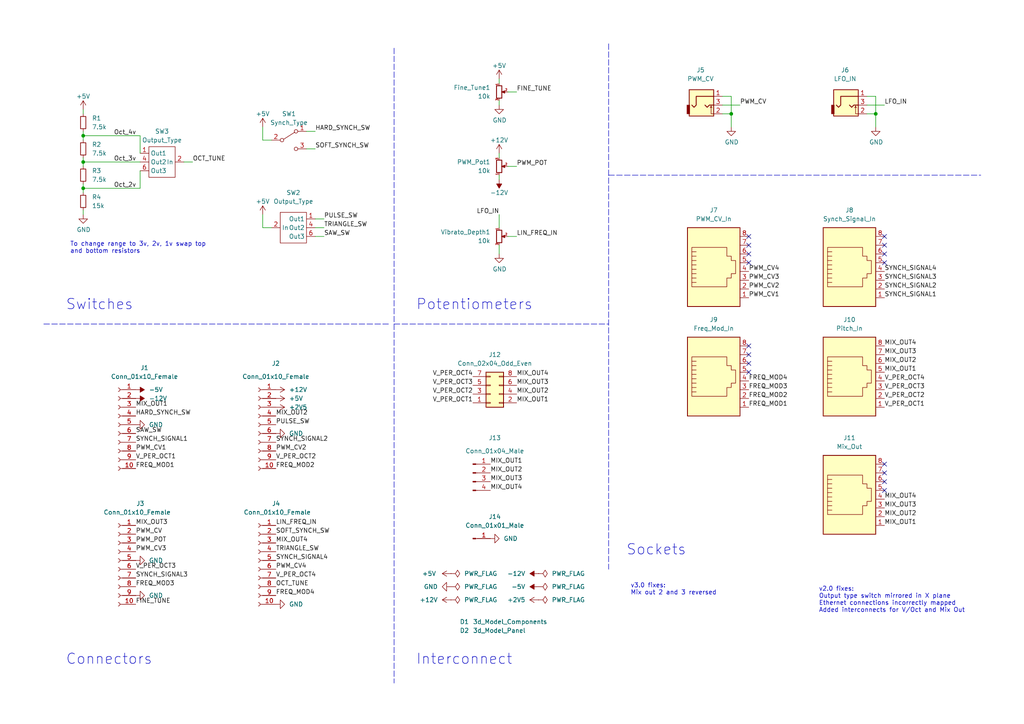
<source format=kicad_sch>
(kicad_sch (version 20211123) (generator eeschema)
  (paper "A4")
  (title_block (title "Quadraphone Controls") (date "2023-03-19") (rev "3.0") (company "Mountjoy Modular"))
  (lib_symbols
    (symbol "Connector:Conn_01x01_Male" (pin_names (offset 1.016) hide)
      (property "Reference" "J" (at 0 2.54 0))
      (property "Value" "Conn_01x01_Male" (at 0 -2.54 0))
      (symbol "Conn_01x01_Male_1_1"
        (polyline (pts (xy 1.27 0) (xy 0.8636 0)) (stroke (width 0.1524)))
        (rectangle (start 0.8636 0.127) (end 0 -0.127) (stroke (width 0.1524)) (fill (type outline)))
        (pin passive line (at 5.08 0 180) (length 3.81) (name "Pin_1") (number "1"))
      )
    )
    (symbol "Connector:Conn_01x04_Male" (pin_names (offset 1.016) hide)
      (property "Reference" "J" (at 0 5.08 0))
      (property "Value" "Conn_01x04_Male" (at 0 -7.62 0))
      (symbol "Conn_01x04_Male_1_1"
        (polyline (pts (xy 1.27 -5.08) (xy 0.8636 -5.08)) (stroke (width 0.1524)))
        (polyline (pts (xy 1.27 -2.54) (xy 0.8636 -2.54)) (stroke (width 0.1524)))
        (polyline (pts (xy 1.27 0) (xy 0.8636 0)) (stroke (width 0.1524)))
        (polyline (pts (xy 1.27 2.54) (xy 0.8636 2.54)) (stroke (width 0.1524)))
        (rectangle (start 0.8636 -4.953) (end 0 -5.207) (stroke (width 0.1524)) (fill (type outline)))
        (rectangle (start 0.8636 -2.413) (end 0 -2.667) (stroke (width 0.1524)) (fill (type outline)))
        (rectangle (start 0.8636 0.127) (end 0 -0.127) (stroke (width 0.1524)) (fill (type outline)))
        (rectangle (start 0.8636 2.667) (end 0 2.413) (stroke (width 0.1524)) (fill (type outline)))
        (pin passive line (at 5.08 2.54 180) (length 3.81) (name "Pin_1") (number "1"))
        (pin passive line (at 5.08 0 180) (length 3.81) (name "Pin_2") (number "2"))
        (pin passive line (at 5.08 -2.54 180) (length 3.81) (name "Pin_3") (number "3"))
        (pin passive line (at 5.08 -5.08 180) (length 3.81) (name "Pin_4") (number "4"))
      )
    )
    (symbol "Connector:Conn_01x10_Female" (pin_names (offset 1.016) hide)
      (property "Reference" "J" (at 0 12.7 0))
      (property "Value" "Conn_01x10_Female" (at 0 -15.24 0))
      (symbol "Conn_01x10_Female_1_1"
        (arc (start 0 -12.192) (mid -0.508 -12.7) (end 0 -13.208) (stroke (width 0.1524)))
        (arc (start 0 -9.652) (mid -0.508 -10.16) (end 0 -10.668) (stroke (width 0.1524)))
        (arc (start 0 -7.112) (mid -0.508 -7.62) (end 0 -8.128) (stroke (width 0.1524)))
        (arc (start 0 -4.572) (mid -0.508 -5.08) (end 0 -5.588) (stroke (width 0.1524)))
        (arc (start 0 -2.032) (mid -0.508 -2.54) (end 0 -3.048) (stroke (width 0.1524)))
        (polyline (pts (xy -1.27 -12.7) (xy -0.508 -12.7)) (stroke (width 0.1524)))
        (polyline (pts (xy -1.27 -10.16) (xy -0.508 -10.16)) (stroke (width 0.1524)))
        (polyline (pts (xy -1.27 -7.62) (xy -0.508 -7.62)) (stroke (width 0.1524)))
        (polyline (pts (xy -1.27 -5.08) (xy -0.508 -5.08)) (stroke (width 0.1524)))
        (polyline (pts (xy -1.27 -2.54) (xy -0.508 -2.54)) (stroke (width 0.1524)))
        (polyline (pts (xy -1.27 0) (xy -0.508 0)) (stroke (width 0.1524)))
        (polyline (pts (xy -1.27 2.54) (xy -0.508 2.54)) (stroke (width 0.1524)))
        (polyline (pts (xy -1.27 5.08) (xy -0.508 5.08)) (stroke (width 0.1524)))
        (polyline (pts (xy -1.27 7.62) (xy -0.508 7.62)) (stroke (width 0.1524)))
        (polyline (pts (xy -1.27 10.16) (xy -0.508 10.16)) (stroke (width 0.1524)))
        (arc (start 0 0.508) (mid -0.508 0) (end 0 -0.508) (stroke (width 0.1524)))
        (arc (start 0 3.048) (mid -0.508 2.54) (end 0 2.032) (stroke (width 0.1524)))
        (arc (start 0 5.588) (mid -0.508 5.08) (end 0 4.572) (stroke (width 0.1524)))
        (arc (start 0 8.128) (mid -0.508 7.62) (end 0 7.112) (stroke (width 0.1524)))
        (arc (start 0 10.668) (mid -0.508 10.16) (end 0 9.652) (stroke (width 0.1524)))
        (pin passive line (at -5.08 10.16 0) (length 3.81) (name "Pin_1") (number "1"))
        (pin passive line (at -5.08 -12.7 0) (length 3.81) (name "Pin_10") (number "10"))
        (pin passive line (at -5.08 7.62 0) (length 3.81) (name "Pin_2") (number "2"))
        (pin passive line (at -5.08 5.08 0) (length 3.81) (name "Pin_3") (number "3"))
        (pin passive line (at -5.08 2.54 0) (length 3.81) (name "Pin_4") (number "4"))
        (pin passive line (at -5.08 0 0) (length 3.81) (name "Pin_5") (number "5"))
        (pin passive line (at -5.08 -2.54 0) (length 3.81) (name "Pin_6") (number "6"))
        (pin passive line (at -5.08 -5.08 0) (length 3.81) (name "Pin_7") (number "7"))
        (pin passive line (at -5.08 -7.62 0) (length 3.81) (name "Pin_8") (number "8"))
        (pin passive line (at -5.08 -10.16 0) (length 3.81) (name "Pin_9") (number "9"))
      )
    )
    (symbol "Connector:RJ45" (pin_names (offset 1.016))
      (property "Reference" "J" (at -5.08 13.97 0))
      (property "Value" "RJ45" (at 2.54 13.97 0))
      (symbol "RJ45_0_1"
        (polyline (pts (xy -5.08 4.445) (xy -6.35 4.445)))
        (polyline (pts (xy -5.08 5.715) (xy -6.35 5.715)))
        (polyline (pts (xy -6.35 -3.175) (xy -5.08 -3.175) (xy -5.08 -3.175)))
        (polyline (pts (xy -6.35 -1.905) (xy -5.08 -1.905) (xy -5.08 -1.905)))
        (polyline (pts (xy -6.35 -0.635) (xy -5.08 -0.635) (xy -5.08 -0.635)))
        (polyline (pts (xy -6.35 0.635) (xy -5.08 0.635) (xy -5.08 0.635)))
        (polyline (pts (xy -6.35 1.905) (xy -5.08 1.905) (xy -5.08 1.905)))
        (polyline (pts (xy -5.08 3.175) (xy -6.35 3.175) (xy -6.35 3.175)))
        (polyline (pts (xy -6.35 -4.445) (xy -6.35 6.985) (xy 3.81 6.985) (xy 3.81 4.445) (xy 5.08 4.445) (xy 5.08 3.175) (xy 6.35 3.175) (xy 6.35 -0.635) (xy 5.08 -0.635) (xy 5.08 -1.905) (xy 3.81 -1.905) (xy 3.81 -4.445) (xy -6.35 -4.445) (xy -6.35 -4.445)))
        (rectangle (start 7.62 12.7) (end -7.62 -10.16) (stroke (width 0.254)) (fill (type background)))
      )
      (symbol "RJ45_1_1"
        (pin passive line (at 10.16 -7.62 180) (length 2.54) (name "~") (number "1"))
        (pin passive line (at 10.16 -5.08 180) (length 2.54) (name "~") (number "2"))
        (pin passive line (at 10.16 -2.54 180) (length 2.54) (name "~") (number "3"))
        (pin passive line (at 10.16 0 180) (length 2.54) (name "~") (number "4"))
        (pin passive line (at 10.16 2.54 180) (length 2.54) (name "~") (number "5"))
        (pin passive line (at 10.16 5.08 180) (length 2.54) (name "~") (number "6"))
        (pin passive line (at 10.16 7.62 180) (length 2.54) (name "~") (number "7"))
        (pin passive line (at 10.16 10.16 180) (length 2.54) (name "~") (number "8"))
      )
    )
    (symbol "Connector_Generic:Conn_02x04_Odd_Even" (pin_names (offset 1.016) hide)
      (property "Reference" "J" (at 1.27 5.08 0))
      (property "Value" "Conn_02x04_Odd_Even" (at 1.27 -7.62 0))
      (symbol "Conn_02x04_Odd_Even_1_1"
        (rectangle (start -1.27 -4.953) (end 0 -5.207) (stroke (width 0.1524)))
        (rectangle (start -1.27 -2.413) (end 0 -2.667) (stroke (width 0.1524)))
        (rectangle (start -1.27 0.127) (end 0 -0.127) (stroke (width 0.1524)))
        (rectangle (start -1.27 2.667) (end 0 2.413) (stroke (width 0.1524)))
        (rectangle (start -1.27 3.81) (end 3.81 -6.35) (stroke (width 0.254)) (fill (type background)))
        (rectangle (start 3.81 -4.953) (end 2.54 -5.207) (stroke (width 0.1524)))
        (rectangle (start 3.81 -2.413) (end 2.54 -2.667) (stroke (width 0.1524)))
        (rectangle (start 3.81 0.127) (end 2.54 -0.127) (stroke (width 0.1524)))
        (rectangle (start 3.81 2.667) (end 2.54 2.413) (stroke (width 0.1524)))
        (pin passive line (at -5.08 2.54 0) (length 3.81) (name "Pin_1") (number "1"))
        (pin passive line (at 7.62 2.54 180) (length 3.81) (name "Pin_2") (number "2"))
        (pin passive line (at -5.08 0 0) (length 3.81) (name "Pin_3") (number "3"))
        (pin passive line (at 7.62 0 180) (length 3.81) (name "Pin_4") (number "4"))
        (pin passive line (at -5.08 -2.54 0) (length 3.81) (name "Pin_5") (number "5"))
        (pin passive line (at 7.62 -2.54 180) (length 3.81) (name "Pin_6") (number "6"))
        (pin passive line (at -5.08 -5.08 0) (length 3.81) (name "Pin_7") (number "7"))
        (pin passive line (at 7.62 -5.08 180) (length 3.81) (name "Pin_8") (number "8"))
      )
    )
    (symbol "Custom_Audio:DPDT_Switch"
      (property "Reference" "U" (at 0 5.08 0))
      (property "Value" "DPDT_Switch" (at 0 -6.985 0))
      (symbol "DPDT_Switch_0_1"
        (rectangle (start -3.81 3.175) (end 3.81 -5.715))
      )
      (symbol "DPDT_Switch_1_1"
        (pin passive line (at 6.35 1.27 180) (length 2.54) (name "Out1") (number "1"))
        (pin passive line (at -6.35 -1.27 0) (length 2.54) (name "In") (number "2"))
        (pin passive line (at -6.35 -3.81 0) (length 2.54) hide (name "Pin3") (number "3"))
        (pin passive line (at 6.35 -1.27 180) (length 2.54) (name "Out2") (number "4"))
        (pin passive line (at -6.35 -3.81 0) (length 2.54) hide (name "Pin5") (number "5"))
        (pin passive line (at 6.35 -3.81 180) (length 2.54) (name "Out3") (number "6"))
      )
    )
    (symbol "Device:R_Potentiometer_Small" (pin_names (offset 1.016) hide)
      (property "Reference" "RV" (at -4.445 0 90))
      (property "Value" "R_Potentiometer_Small" (at -2.54 0 90))
      (symbol "R_Potentiometer_Small_0_1"
        (polyline (pts (xy 0.889 0) (xy 0.635 0) (xy 1.651 0.381) (xy 1.651 -0.381) (xy 0.635 0) (xy 0.889 0)) (fill (type outline)))
        (rectangle (start 0.762 1.8034) (end -0.762 -1.8034) (stroke (width 0.254)))
      )
      (symbol "R_Potentiometer_Small_1_1"
        (pin passive line (at 0 2.54 270) (length 0.635) (name "1") (number "1"))
        (pin passive line (at 2.54 0 180) (length 0.9906) (name "2") (number "2"))
        (pin passive line (at 0 -2.54 90) (length 0.635) (name "3") (number "3"))
      )
    )
    (symbol "Device:R_Small" (pin_numbers hide) (pin_names (offset 0.254) hide)
      (property "Reference" "R" (at 0.762 0.508 0))
      (property "Value" "R_Small" (at 0.762 -1.016 0))
      (symbol "R_Small_0_1"
        (rectangle (start -0.762 1.778) (end 0.762 -1.778) (stroke (width 0.2032)))
      )
      (symbol "R_Small_1_1"
        (pin passive line (at 0 2.54 270) (length 0.762) (name "~") (number "1"))
        (pin passive line (at 0 -2.54 90) (length 0.762) (name "~") (number "2"))
      )
    )
    (symbol "Mountjoy:3d_Model_Dummy"
      (property "Reference" "D" (at 0 0 0))
      (property "Value" "3d_Model_Dummy" (at 0 0 0))
    )
    (symbol "Switch:SW_SPDT" (pin_names (offset 0) hide)
      (property "Reference" "SW" (at 0 4.318 0))
      (property "Value" "SW_SPDT" (at 0 -5.08 0))
      (symbol "SW_SPDT_0_0"
        (circle (center -2.032 0) (radius 0.508))
        (circle (center 2.032 -2.54) (radius 0.508))
      )
      (symbol "SW_SPDT_0_1"
        (polyline (pts (xy -1.524 0.254) (xy 1.651 2.286)))
        (circle (center 2.032 2.54) (radius 0.508))
      )
      (symbol "SW_SPDT_1_1"
        (pin passive line (at 5.08 2.54 180) (length 2.54) (name "A") (number "1"))
        (pin passive line (at -5.08 0 0) (length 2.54) (name "B") (number "2"))
        (pin passive line (at 5.08 -2.54 180) (length 2.54) (name "C") (number "3"))
      )
    )
    (symbol "power:+12V" (power) (pin_names (offset 0))
      (property "Value" "+12V" (at 0 3.556 0))
      (symbol "+12V_0_1"
        (polyline (pts (xy -0.762 1.27) (xy 0 2.54)))
        (polyline (pts (xy 0 0) (xy 0 2.54)))
        (polyline (pts (xy 0 2.54) (xy 0.762 1.27)))
      )
      (symbol "+12V_1_1"
        (pin power_in line (at 0 0 90) (length 0) hide (name "+12V") (number "1"))
      )
    )
    (symbol "power:+2V5" (power) (pin_names (offset 0))
      (property "Value" "+2V5" (at 0 3.556 0))
      (symbol "+2V5_0_1"
        (polyline (pts (xy -0.762 1.27) (xy 0 2.54)))
        (polyline (pts (xy 0 0) (xy 0 2.54)))
        (polyline (pts (xy 0 2.54) (xy 0.762 1.27)))
      )
      (symbol "+2V5_1_1"
        (pin power_in line (at 0 0 90) (length 0) hide (name "+2V5") (number "1"))
      )
    )
    (symbol "power:+5V" (power) (pin_names (offset 0))
      (property "Value" "+5V" (at 0 3.556 0))
      (symbol "+5V_0_1"
        (polyline (pts (xy -0.762 1.27) (xy 0 2.54)))
        (polyline (pts (xy 0 0) (xy 0 2.54)))
        (polyline (pts (xy 0 2.54) (xy 0.762 1.27)))
      )
      (symbol "+5V_1_1"
        (pin power_in line (at 0 0 90) (length 0) hide (name "+5V") (number "1"))
      )
    )
    (symbol "power:-12V" (power) (pin_names (offset 0))
      (property "Value" "-12V" (at 0 3.81 0))
      (symbol "-12V_0_0"
        (pin power_in line (at 0 0 90) (length 0) hide (name "-12V") (number "1"))
      )
      (symbol "-12V_0_1"
        (polyline (pts (xy 0 0) (xy 0 1.27) (xy 0.762 1.27) (xy 0 2.54) (xy -0.762 1.27) (xy 0 1.27)) (fill (type outline)))
      )
    )
    (symbol "power:-5V" (power) (pin_names (offset 0))
      (property "Value" "-5V" (at 0 3.81 0))
      (symbol "-5V_0_0"
        (pin power_in line (at 0 0 90) (length 0) hide (name "-5V") (number "1"))
      )
      (symbol "-5V_0_1"
        (polyline (pts (xy 0 0) (xy 0 1.27) (xy 0.762 1.27) (xy 0 2.54) (xy -0.762 1.27) (xy 0 1.27)) (fill (type outline)))
      )
    )
    (symbol "power:GND" (power) (pin_names (offset 0))
      (property "Value" "GND" (at 0 -3.81 0))
      (symbol "GND_0_1"
        (polyline (pts (xy 0 0) (xy 0 -1.27) (xy 1.27 -1.27) (xy 0 -2.54) (xy -1.27 -1.27) (xy 0 -1.27)))
      )
      (symbol "GND_1_1"
        (pin power_in line (at 0 0 270) (length 0) hide (name "GND") (number "1"))
      )
    )
    (symbol "power:PWR_FLAG" (power) (pin_numbers hide) (pin_names (offset 0) hide)
      (property "Value" "PWR_FLAG" (at 0 3.81 0))
      (symbol "PWR_FLAG_0_0"
        (pin power_out line (at 0 0 90) (length 0) (name "pwr") (number "1"))
      )
      (symbol "PWR_FLAG_0_1"
        (polyline (pts (xy 0 0) (xy 0 1.27) (xy -1.016 1.905) (xy 0 2.54) (xy 1.016 1.905) (xy 0 1.27)))
      )
    )
    (symbol "thonkiconn:AudioJack2_Ground_Switch" (pin_names (offset 1.016))
      (property "Reference" "J" (at 0 8.89 0))
      (property "Value" "AudioJack2_Ground_Switch" (at 0 6.35 0))
      (symbol "AudioJack2_Ground_Switch_0_1"
        (rectangle (start -4.445 -2.54) (end -5.207 0) (fill (type outline)))
        (polyline (pts (xy 1.778 -0.254) (xy 2.032 -0.762)))
        (polyline (pts (xy 0 0) (xy 0.635 -0.635) (xy 1.27 0) (xy 2.54 0)) (stroke (width 0.254)))
        (polyline (pts (xy 2.54 -2.54) (xy 1.778 -2.54) (xy 1.778 -0.254) (xy 1.524 -0.762)))
        (polyline (pts (xy 2.54 2.54) (xy -2.54 2.54) (xy -2.54 0) (xy -3.175 -0.635) (xy -3.81 0)) (stroke (width 0.254)))
        (rectangle (start 2.54 -3.175) (end -4.572 4.445) (stroke (width 0.254)) (fill (type background)))
      )
      (symbol "AudioJack2_Ground_Switch_1_1"
        (pin passive line (at 5.08 2.54 180) (length 2.54) (name "~") (number "1"))
        (pin passive line (at 5.08 -2.54 180) (length 2.54) (name "~") (number "2"))
        (pin passive line (at 5.08 0 180) (length 2.54) (name "~") (number "3"))
      )
    )
  )
  (junction (at 24.13 46.99))
  (junction (at 212.09 33.02))
  (junction (at 24.13 54.61))
  (junction (at 24.13 39.37))
  (junction (at 254 33.02))
  (no_connect (at 217.17 100.33))
  (no_connect (at 217.17 68.58))
  (no_connect (at 217.17 76.2))
  (no_connect (at 256.54 73.66))
  (no_connect (at 256.54 139.7))
  (no_connect (at 256.54 134.62))
  (no_connect (at 217.17 105.41))
  (no_connect (at 256.54 71.12))
  (no_connect (at 217.17 102.87))
  (no_connect (at 256.54 137.16))
  (no_connect (at 217.17 107.95))
  (no_connect (at 256.54 76.2))
  (no_connect (at 217.17 71.12))
  (no_connect (at 256.54 142.24))
  (no_connect (at 256.54 68.58))
  (no_connect (at 217.17 73.66))
  (wire (pts (xy 76.2 36.83) (xy 76.2 40.64)))
  (wire (pts (xy 24.13 53.34) (xy 24.13 54.61)))
  (wire (pts (xy 209.55 33.02) (xy 212.09 33.02)))
  (wire (pts (xy 144.78 44.45) (xy 144.78 45.72)))
  (wire (pts (xy 76.2 66.04) (xy 78.74 66.04)))
  (wire (pts (xy 24.13 39.37) (xy 24.13 40.64)))
  (wire (pts (xy 24.13 38.1) (xy 24.13 39.37)))
  (wire (pts (xy 209.55 27.94) (xy 212.09 27.94)))
  (wire (pts (xy 212.09 33.02) (xy 212.09 36.83)))
  (wire (pts (xy 40.64 49.53) (xy 40.64 54.61)))
  (wire (pts (xy 24.13 46.99) (xy 40.64 46.99)))
  (wire (pts (xy 147.32 26.67) (xy 149.86 26.67)))
  (wire (pts (xy 91.44 66.04) (xy 93.98 66.04)))
  (polyline (pts (xy 114.3 93.98) (xy 176.53 93.98)))
  (wire (pts (xy 144.78 71.12) (xy 144.78 73.66)))
  (wire (pts (xy 24.13 46.99) (xy 24.13 48.26)))
  (wire (pts (xy 88.9 43.18) (xy 91.44 43.18)))
  (wire (pts (xy 76.2 62.23) (xy 76.2 66.04)))
  (wire (pts (xy 251.46 27.94) (xy 254 27.94)))
  (wire (pts (xy 147.32 48.26) (xy 149.86 48.26)))
  (wire (pts (xy 144.78 50.8) (xy 144.78 52.07)))
  (wire (pts (xy 24.13 54.61) (xy 24.13 55.88)))
  (wire (pts (xy 24.13 62.23) (xy 24.13 60.96)))
  (wire (pts (xy 24.13 54.61) (xy 40.64 54.61)))
  (wire (pts (xy 147.32 68.58) (xy 149.86 68.58)))
  (polyline (pts (xy 176.53 50.8) (xy 284.48 50.8)))
  (wire (pts (xy 251.46 33.02) (xy 254 33.02)))
  (wire (pts (xy 88.9 38.1) (xy 91.44 38.1)))
  (wire (pts (xy 209.55 30.48) (xy 214.63 30.48)))
  (wire (pts (xy 24.13 45.72) (xy 24.13 46.99)))
  (wire (pts (xy 212.09 27.94) (xy 212.09 33.02)))
  (wire (pts (xy 254 27.94) (xy 254 33.02)))
  (wire (pts (xy 251.46 30.48) (xy 256.54 30.48)))
  (wire (pts (xy 91.44 68.58) (xy 93.98 68.58)))
  (wire (pts (xy 144.78 62.23) (xy 144.78 66.04)))
  (wire (pts (xy 254 33.02) (xy 254 36.83)))
  (wire (pts (xy 40.64 39.37) (xy 40.64 44.45)))
  (wire (pts (xy 144.78 30.48) (xy 144.78 29.21)))
  (polyline (pts (xy 12.7 93.98) (xy 113.03 93.98)))
  (wire (pts (xy 24.13 31.75) (xy 24.13 33.02)))
  (wire (pts (xy 24.13 39.37) (xy 40.64 39.37)))
  (wire (pts (xy 53.34 46.99) (xy 55.88 46.99)))
  (wire (pts (xy 91.44 63.5) (xy 93.98 63.5)))
  (polyline (pts (xy 176.53 12.7) (xy 176.53 165.1)))
  (wire (pts (xy 144.78 22.86) (xy 144.78 24.13)))
  (wire (pts (xy 76.2 40.64) (xy 78.74 40.64)))
  (polyline (pts (xy 114.3 13.97) (xy 114.3 198.12)))
  (text "Connectors" (at 19.05 193.04 0) (effects (font (size 3 3)) (justify left bottom)))
  (text "Potentiometers" (at 120.65 90.17 0) (effects (font (size 3 3)) (justify left bottom)))
  (text "v2.0 fixes:\nOutput type switch mirrored in X plane\nEthernet connections incorrectly mapped\nAdded interconnects for V/Oct and Mix Out" (at 237.49 177.8 0) (effects (font (size 1.27 1.27)) (justify left bottom)))
  (text "v3.0 fixes:\nMix out 2 and 3 reversed" (at 182.88 172.72 0) (effects (font (size 1.27 1.27)) (justify left bottom)))
  (text "To change range to 3v, 2v, 1v swap top \nand bottom resistors" (at 20.32 73.66 0) (effects (font (size 1.27 1.27)) (justify left bottom)))
  (text "Sockets" (at 181.61 161.29 0) (effects (font (size 3 3)) (justify left bottom)))
  (text "Switches" (at 19.05 90.17 0) (effects (font (size 3 3)) (justify left bottom)))
  (text "Interconnect" (at 120.65 193.04 0) (effects (font (size 3 3)) (justify left bottom)))
  (label "Oct_4v" (at 33.02 39.37 0))
  (label "V_PER_OCT3" (at 39.37 165.1 0))
  (label "LFO_IN" (at 256.54 30.48 0))
  (label "V_PER_OCT1" (at 39.37 133.35 0))
  (label "Oct_2v" (at 33.02 54.61 0))
  (label "V_PER_OCT4" (at 256.54 110.49 0))
  (label "FREQ_MOD1" (at 39.37 135.89 0))
  (label "MIX_OUT2" (at 80.01 120.65 0))
  (label "V_PER_OCT2" (at 256.54 115.57 0))
  (label "PWM_POT" (at 39.37 157.48 0))
  (label "V_PER_OCT4" (at 137.16 109.22 180))
  (label "MIX_OUT3" (at 256.54 147.32 0))
  (label "MIX_OUT3" (at 256.54 102.87 0))
  (label "V_PER_OCT1" (at 256.54 118.11 0))
  (label "LFO_IN" (at 144.78 62.23 180))
  (label "PWM_CV2" (at 80.01 130.81 0))
  (label "FREQ_MOD3" (at 217.17 113.03 0))
  (label "SYNCH_SIGNAL3" (at 256.54 81.28 0))
  (label "V_PER_OCT4" (at 80.01 167.64 0))
  (label "OCT_TUNE" (at 80.01 170.18 0))
  (label "V_PER_OCT1" (at 137.16 116.84 180))
  (label "FREQ_MOD3" (at 39.37 170.18 0))
  (label "MIX_OUT3" (at 39.37 152.4 0))
  (label "PWM_CV2" (at 217.17 83.82 0))
  (label "PULSE_SW" (at 93.98 63.5 0))
  (label "FREQ_MOD1" (at 217.17 118.11 0))
  (label "TRIANGLE_SW" (at 80.01 160.02 0))
  (label "MIX_OUT4" (at 80.01 157.48 0))
  (label "SYNCH_SIGNAL4" (at 80.01 162.56 0))
  (label "MIX_OUT1" (at 256.54 107.95 0))
  (label "PWM_CV1" (at 217.17 86.36 0))
  (label "V_PER_OCT2" (at 80.01 133.35 0))
  (label "PWM_CV4" (at 80.01 165.1 0))
  (label "HARD_SYNCH_SW" (at 39.37 120.65 0))
  (label "MIX_OUT2" (at 256.54 149.86 0))
  (label "PWM_CV" (at 214.63 30.48 0))
  (label "V_PER_OCT3" (at 137.16 111.76 180))
  (label "SYNCH_SIGNAL4" (at 256.54 78.74 0))
  (label "MIX_OUT3" (at 142.24 139.7 0))
  (label "MIX_OUT1" (at 149.86 116.84 0))
  (label "MIX_OUT1" (at 39.37 118.11 0))
  (label "MIX_OUT2" (at 149.86 114.3 0))
  (label "FREQ_MOD2" (at 217.17 115.57 0))
  (label "FREQ_MOD4" (at 217.17 110.49 0))
  (label "SOFT_SYNCH_SW" (at 80.01 154.94 0))
  (label "MIX_OUT1" (at 142.24 134.62 0))
  (label "MIX_OUT2" (at 142.24 137.16 0))
  (label "SAW_SW" (at 39.37 125.73 0))
  (label "MIX_OUT4" (at 142.24 142.24 0))
  (label "FINE_TUNE" (at 39.37 175.26 0))
  (label "MIX_OUT4" (at 256.54 100.33 0))
  (label "MIX_OUT3" (at 149.86 111.76 0))
  (label "SYNCH_SIGNAL2" (at 80.01 128.27 0))
  (label "SYNCH_SIGNAL3" (at 39.37 167.64 0))
  (label "MIX_OUT4" (at 256.54 144.78 0))
  (label "PWM_CV" (at 39.37 154.94 0))
  (label "LIN_FREQ_IN" (at 149.86 68.58 0))
  (label "MIX_OUT4" (at 149.86 109.22 0))
  (label "HARD_SYNCH_SW" (at 91.44 38.1 0))
  (label "PWM_CV4" (at 217.17 78.74 0))
  (label "PWM_CV3" (at 39.37 160.02 0))
  (label "PWM_POT" (at 149.86 48.26 0))
  (label "SOFT_SYNCH_SW" (at 91.44 43.18 0))
  (label "SYNCH_SIGNAL2" (at 256.54 83.82 0))
  (label "FINE_TUNE" (at 149.86 26.67 0))
  (label "V_PER_OCT3" (at 256.54 113.03 0))
  (label "V_PER_OCT2" (at 137.16 114.3 180))
  (label "TRIANGLE_SW" (at 93.98 66.04 0))
  (label "MIX_OUT1" (at 256.54 152.4 0))
  (label "PWM_CV3" (at 217.17 81.28 0))
  (label "PWM_CV1" (at 39.37 130.81 0))
  (label "SAW_SW" (at 93.98 68.58 0))
  (label "LIN_FREQ_IN" (at 80.01 152.4 0))
  (label "SYNCH_SIGNAL1" (at 256.54 86.36 0))
  (label "FREQ_MOD4" (at 80.01 172.72 0))
  (label "FREQ_MOD2" (at 80.01 135.89 0))
  (label "PULSE_SW" (at 80.01 123.19 0))
  (label "SYNCH_SIGNAL1" (at 39.37 128.27 0))
  (label "Oct_3v" (at 33.02 46.99 0))
  (label "MIX_OUT2" (at 256.54 105.41 0))
  (label "OCT_TUNE" (at 55.88 46.99 0))
  (symbol (lib_id "thonkiconn:AudioJack2_Ground_Switch") (at 204.47 30.48 0) (unit 1)
    (property "Reference" "J5" (at 203.2 20.32 0))
    (property "Value" "PWM_CV" (at 203.2 22.86 0))
    (property "Footprint" "Custom_Footprints:THONKICONN_hole" (effects hide))
  )
  (symbol (lib_id "Connector:Conn_01x01_Male") (at 137.16 156.21 0) (unit 1)
    (property "Reference" "J14" (at 143.51 149.86 0))
    (property "Value" "Conn_01x01_Male" (at 143.51 152.4 0))
    (property "Footprint" "Connector_PinHeader_2.54mm:PinHeader_1x01_P2.54mm_Vertical" (effects hide))
  )
  (symbol (lib_id "power:+5V") (at 24.13 31.75 0) (unit 1)
    (property "Reference" "#PWR011" (effects hide))
    (property "Value" "+5V" (at 24.13 27.94 0))
  )
  (symbol (lib_id "power:PWR_FLAG") (at 156.21 173.99 270) (unit 1)
    (property "Reference" "#FLG0106" (effects hide))
    (property "Value" "PWR_FLAG" (at 160.02 173.9899 90) (effects (justify left)))
  )
  (symbol (lib_id "Connector:Conn_01x10_Female") (at 34.29 162.56 0) (mirror y) (unit 1)
    (property "Reference" "J3" (at 41.91 146.05 0) (effects (justify left)))
    (property "Value" "Conn_01x10_Female" (at 49.53 148.59 0) (effects (justify left)))
    (property "Footprint" "Connector_PinSocket_2.54mm:PinSocket_1x10_P2.54mm_Vertical" (effects hide))
  )
  (symbol (lib_id "Connector:RJ45") (at 207.01 110.49 0) (unit 1)
    (property "Reference" "J9" (at 207.01 92.71 0))
    (property "Value" "Freq_Mod_In" (at 207.01 95.25 0))
    (property "Footprint" "Custom_Footprints:RJ45_Molex_42878-8506" (effects hide))
  )
  (symbol (lib_id "power:PWR_FLAG") (at 130.81 170.18 270) (unit 1)
    (property "Reference" "#FLG0102" (effects hide))
    (property "Value" "PWR_FLAG" (at 134.62 170.1799 90) (effects (justify left)))
  )
  (symbol (lib_id "Device:R_Potentiometer_Small") (at 144.78 68.58 0) (unit 1)
    (property "Reference" "Vibrato_Depth1" (at 142.24 67.3099 0) (effects (justify right)))
    (property "Value" "10k" (at 142.24 69.8499 0) (effects (justify right)))
    (property "Footprint" "Custom_Footprints:Alpha_9mm_Potentiometer_Aligned" (effects hide))
  )
  (symbol (lib_id "Connector:Conn_01x10_Female") (at 74.93 123.19 0) (mirror y) (unit 1)
    (property "Reference" "J2" (at 80.01 105.41 0))
    (property "Value" "Conn_01x10_Female" (at 80.01 109.22 0))
    (property "Footprint" "Connector_PinSocket_2.54mm:PinSocket_1x10_P2.54mm_Vertical" (effects hide))
  )
  (symbol (lib_id "power:+12V") (at 144.78 44.45 0) (mirror y) (unit 1)
    (property "Reference" "#PWR017" (effects hide))
    (property "Value" "+12V" (at 144.78 40.64 0))
  )
  (symbol (lib_id "power:PWR_FLAG") (at 130.81 166.37 270) (unit 1)
    (property "Reference" "#FLG0103" (effects hide))
    (property "Value" "PWR_FLAG" (at 134.62 166.3699 90) (effects (justify left)))
  )
  (symbol (lib_id "power:GND") (at 144.78 30.48 0) (unit 1)
    (property "Reference" "#PWR010" (effects hide))
    (property "Value" "GND" (at 144.907 34.8742 0))
  )
  (symbol (lib_id "Connector:Conn_01x10_Female") (at 74.93 162.56 0) (mirror y) (unit 1)
    (property "Reference" "J4" (at 81.28 146.05 0) (effects (justify left)))
    (property "Value" "Conn_01x10_Female" (at 90.17 148.59 0) (effects (justify left)))
    (property "Footprint" "Connector_PinSocket_2.54mm:PinSocket_1x10_P2.54mm_Vertical" (effects hide))
  )
  (symbol (lib_id "power:GND") (at 254 36.83 0) (unit 1)
    (property "Reference" "#PWR021" (effects hide))
    (property "Value" "GND" (at 254.127 41.2242 0))
  )
  (symbol (lib_id "power:GND") (at 39.37 162.56 90) (unit 1)
    (property "Reference" "#PWR014" (effects hide))
    (property "Value" "GND" (at 43.18 162.5599 90) (effects (justify right)))
  )
  (symbol (lib_id "power:GND") (at 39.37 172.72 90) (unit 1)
    (property "Reference" "#PWR015" (effects hide))
    (property "Value" "GND" (at 43.18 172.7199 90) (effects (justify right)))
  )
  (symbol (lib_id "power:PWR_FLAG") (at 156.21 170.18 270) (unit 1)
    (property "Reference" "#FLG0105" (effects hide))
    (property "Value" "PWR_FLAG" (at 160.02 170.1799 90) (effects (justify left)))
  )
  (symbol (lib_id "power:GND") (at 39.37 123.19 90) (unit 1)
    (property "Reference" "#PWR06" (effects hide))
    (property "Value" "GND" (at 43.18 123.1899 90) (effects (justify right)))
  )
  (symbol (lib_id "power:PWR_FLAG") (at 156.21 166.37 270) (unit 1)
    (property "Reference" "#FLG0104" (effects hide))
    (property "Value" "PWR_FLAG" (at 160.02 166.3699 90) (effects (justify left)))
  )
  (symbol (lib_id "Connector:RJ45") (at 246.38 78.74 0) (unit 1)
    (property "Reference" "J8" (at 246.38 60.96 0))
    (property "Value" "Synch_Signal_In" (at 246.38 63.5 0))
    (property "Footprint" "Custom_Footprints:RJ45_Molex_42878-8506" (effects hide))
  )
  (symbol (lib_id "power:+5V") (at 76.2 62.23 0) (unit 1)
    (property "Reference" "#PWR012" (effects hide))
    (property "Value" "+5V" (at 76.2 58.42 0))
  )
  (symbol (lib_id "power:-5V") (at 39.37 113.03 270) (unit 1)
    (property "Reference" "#PWR01" (effects hide))
    (property "Value" "-5V" (at 43.18 113.0299 90) (effects (justify left)))
  )
  (symbol (lib_id "power:GND") (at 24.13 62.23 0) (unit 1)
    (property "Reference" "#PWR013" (effects hide))
    (property "Value" "GND" (at 24.257 66.6242 0))
  )
  (symbol (lib_id "Connector:Conn_01x10_Female") (at 34.29 123.19 0) (mirror y) (unit 1)
    (property "Reference" "J1" (at 41.91 106.68 0))
    (property "Value" "Conn_01x10_Female" (at 41.91 109.22 0))
    (property "Footprint" "Connector_PinSocket_2.54mm:PinSocket_1x10_P2.54mm_Vertical" (effects hide))
  )
  (symbol (lib_id "power:+2V5") (at 156.21 173.99 90) (unit 1)
    (property "Reference" "#PWR0107" (effects hide))
    (property "Value" "+2V5" (at 152.4 173.9899 90) (effects (justify left)))
  )
  (symbol (lib_id "Device:R_Small") (at 24.13 43.18 0) (unit 1)
    (property "Reference" "R2" (at 26.67 41.9099 0) (effects (justify left)))
    (property "Value" "7.5k" (at 26.67 44.4499 0) (effects (justify left)))
    (property "Footprint" "Resistor_SMD:R_0805_2012Metric" (effects hide))
  )
  (symbol (lib_id "Device:R_Small") (at 24.13 35.56 0) (unit 1)
    (property "Reference" "R1" (at 26.67 34.2899 0) (effects (justify left)))
    (property "Value" "7.5k" (at 26.67 36.8299 0) (effects (justify left)))
    (property "Footprint" "Resistor_SMD:R_0805_2012Metric" (effects hide))
  )
  (symbol (lib_id "Device:R_Potentiometer_Small") (at 144.78 26.67 0) (unit 1)
    (property "Reference" "Fine_Tune1" (at 142.24 25.3999 0) (effects (justify right)))
    (property "Value" "10k" (at 142.24 27.9399 0) (effects (justify right)))
    (property "Footprint" "Custom_Footprints:Alpha_9mm_Potentiometer_Aligned" (effects hide))
  )
  (symbol (lib_id "Mountjoy:3d_Model_Dummy") (at 142.24 184.15 0) (unit 1)
    (property "Reference" "D2" (at 133.35 182.88 0) (effects (justify left)))
    (property "Value" "3d_Model_Panel" (at 137.16 182.88 0) (effects (justify left)))
    (property "Footprint" "Custom_Footprints:3D_Dummy" (effects hide))
  )
  (symbol (lib_id "power:+12V") (at 130.81 173.99 90) (mirror x) (unit 1)
    (property "Reference" "#PWR0104" (effects hide))
    (property "Value" "+12V" (at 127 173.9899 90) (effects (justify left)))
  )
  (symbol (lib_id "power:-12V") (at 144.78 52.07 180) (unit 1)
    (property "Reference" "#PWR018" (effects hide))
    (property "Value" "-12V" (at 144.78 55.88 0))
  )
  (symbol (lib_id "power:GND") (at 144.78 73.66 0) (unit 1)
    (property "Reference" "#PWR019" (effects hide))
    (property "Value" "GND" (at 144.907 78.0542 0))
  )
  (symbol (lib_id "power:GND") (at 80.01 125.73 90) (unit 1)
    (property "Reference" "#PWR09" (effects hide))
    (property "Value" "GND" (at 83.82 125.7299 90) (effects (justify right)))
  )
  (symbol (lib_id "Connector:RJ45") (at 246.38 144.78 0) (unit 1)
    (property "Reference" "J11" (at 246.38 127 0))
    (property "Value" "Mix_Out" (at 246.38 129.54 0))
    (property "Footprint" "Custom_Footprints:RJ45_Molex_42878-8506" (effects hide))
  )
  (symbol (lib_id "Connector:Conn_01x04_Male") (at 137.16 137.16 0) (unit 1)
    (property "Reference" "J13" (at 143.51 127 0))
    (property "Value" "Conn_01x04_Male" (at 143.51 130.81 0))
    (property "Footprint" "Connector_PinHeader_2.54mm:PinHeader_1x04_P2.54mm_Vertical" (effects hide))
  )
  (symbol (lib_id "power:+5V") (at 144.78 22.86 0) (unit 1)
    (property "Reference" "#PWR0101" (effects hide))
    (property "Value" "+5V" (at 144.78 19.05 0))
  )
  (symbol (lib_id "power:-5V") (at 156.21 170.18 90) (unit 1)
    (property "Reference" "#PWR0105" (effects hide))
    (property "Value" "-5V" (at 152.4 170.1801 90) (effects (justify left)))
  )
  (symbol (lib_id "power:GND") (at 80.01 175.26 90) (unit 1)
    (property "Reference" "#PWR016" (effects hide))
    (property "Value" "GND" (at 83.82 175.2599 90) (effects (justify right)))
  )
  (symbol (lib_id "Custom_Audio:DPDT_Switch") (at 85.09 64.77 0) (unit 1)
    (property "Reference" "SW2" (at 85.09 55.88 0))
    (property "Value" "Output_Type" (at 85.09 58.42 0))
    (property "Footprint" "Custom_Footprints:100DP6T1B1M2QE_ON_ON_ON" (effects hide))
  )
  (symbol (lib_id "power:+2V5") (at 80.01 118.11 270) (unit 1)
    (property "Reference" "#PWR05" (effects hide))
    (property "Value" "+2V5" (at 83.82 118.1099 90) (effects (justify left)))
  )
  (symbol (lib_id "power:+5V") (at 130.81 166.37 90) (unit 1)
    (property "Reference" "#PWR0103" (effects hide))
    (property "Value" "+5V" (at 124.46 166.37 90))
  )
  (symbol (lib_id "power:GND") (at 142.24 156.21 90) (unit 1)
    (property "Reference" "#PWR07" (effects hide))
    (property "Value" "GND" (at 146.05 156.2099 90) (effects (justify right)))
  )
  (symbol (lib_id "Connector:RJ45") (at 207.01 78.74 0) (unit 1)
    (property "Reference" "J7" (at 207.01 60.96 0))
    (property "Value" "PWM_CV_In" (at 207.01 63.5 0))
    (property "Footprint" "Custom_Footprints:RJ45_Molex_42878-8506" (effects hide))
  )
  (symbol (lib_id "power:+12V") (at 80.01 113.03 270) (mirror x) (unit 1)
    (property "Reference" "#PWR02" (effects hide))
    (property "Value" "+12V" (at 83.82 113.0299 90) (effects (justify left)))
  )
  (symbol (lib_id "power:PWR_FLAG") (at 130.81 173.99 270) (unit 1)
    (property "Reference" "#FLG0101" (effects hide))
    (property "Value" "PWR_FLAG" (at 134.62 173.9899 90) (effects (justify left)))
  )
  (symbol (lib_id "thonkiconn:AudioJack2_Ground_Switch") (at 246.38 30.48 0) (unit 1)
    (property "Reference" "J6" (at 245.11 20.32 0))
    (property "Value" "LFO_IN" (at 245.11 22.86 0))
    (property "Footprint" "Custom_Footprints:THONKICONN_hole" (effects hide))
  )
  (symbol (lib_id "power:GND") (at 130.81 170.18 270) (unit 1)
    (property "Reference" "#PWR0102" (effects hide))
    (property "Value" "GND" (at 127 170.1799 90) (effects (justify right)))
  )
  (symbol (lib_id "Custom_Audio:DPDT_Switch") (at 46.99 45.72 0) (mirror y) (unit 1)
    (property "Reference" "SW3" (at 46.99 38.1 0))
    (property "Value" "Output_Type" (at 46.99 40.64 0))
    (property "Footprint" "Custom_Footprints:100DP6T1B1M2QE_ON_ON_ON" (effects hide))
  )
  (symbol (lib_id "power:-12V") (at 39.37 115.57 270) (unit 1)
    (property "Reference" "#PWR03" (effects hide))
    (property "Value" "-12V" (at 43.18 115.5699 90) (effects (justify left)))
  )
  (symbol (lib_id "Switch:SW_SPDT") (at 83.82 40.64 0) (unit 1)
    (property "Reference" "SW1" (at 83.82 33.02 0))
    (property "Value" "Synch_Type" (at 83.82 35.56 0))
    (property "Footprint" "Custom_Footprints:SPDTSubMiniature" (effects hide))
  )
  (symbol (lib_id "Device:R_Potentiometer_Small") (at 144.78 48.26 0) (mirror x) (unit 1)
    (property "Reference" "PWM_Pot1" (at 142.24 46.9899 0) (effects (justify right)))
    (property "Value" "10k" (at 142.24 49.5299 0) (effects (justify right)))
    (property "Footprint" "Custom_Footprints:Alpha_9mm_Potentiometer_Aligned" (effects hide))
  )
  (symbol (lib_id "power:-12V") (at 156.21 166.37 90) (unit 1)
    (property "Reference" "#PWR0106" (effects hide))
    (property "Value" "-12V" (at 152.4 166.3701 90) (effects (justify left)))
  )
  (symbol (lib_id "Connector_Generic:Conn_02x04_Odd_Even") (at 142.24 114.3 0) (mirror x) (unit 1)
    (property "Reference" "J12" (at 143.51 102.87 0))
    (property "Value" "Conn_02x04_Odd_Even" (at 143.51 105.41 0))
    (property "Footprint" "Connector_PinHeader_2.54mm:PinHeader_2x04_P2.54mm_Vertical" (effects hide))
  )
  (symbol (lib_id "power:+5V") (at 76.2 36.83 0) (unit 1)
    (property "Reference" "#PWR08" (effects hide))
    (property "Value" "+5V" (at 76.2 33.02 0))
  )
  (symbol (lib_id "power:GND") (at 212.09 36.83 0) (unit 1)
    (property "Reference" "#PWR020" (effects hide))
    (property "Value" "GND" (at 212.217 41.2242 0))
  )
  (symbol (lib_id "power:+5V") (at 80.01 115.57 270) (unit 1)
    (property "Reference" "#PWR04" (effects hide))
    (property "Value" "+5V" (at 83.82 115.5699 90) (effects (justify left)))
  )
  (symbol (lib_id "Connector:RJ45") (at 246.38 110.49 0) (unit 1)
    (property "Reference" "J10" (at 246.38 92.71 0))
    (property "Value" "Pitch_In" (at 246.38 95.25 0))
    (property "Footprint" "Custom_Footprints:RJ45_Molex_42878-8506" (effects hide))
  )
  (symbol (lib_id "Device:R_Small") (at 24.13 50.8 0) (unit 1)
    (property "Reference" "R3" (at 26.67 49.5299 0) (effects (justify left)))
    (property "Value" "7.5k" (at 26.67 52.0699 0) (effects (justify left)))
    (property "Footprint" "Resistor_SMD:R_0805_2012Metric" (effects hide))
  )
  (symbol (lib_id "Mountjoy:3d_Model_Dummy") (at 142.24 181.61 0) (unit 1)
    (property "Reference" "D1" (at 133.35 180.34 0) (effects (justify left)))
    (property "Value" "3d_Model_Components" (at 137.16 180.34 0) (effects (justify left)))
    (property "Footprint" "Custom_Footprints:3D_Dummy" (effects hide))
  )
  (symbol (lib_id "Device:R_Small") (at 24.13 58.42 0) (unit 1)
    (property "Reference" "R4" (at 26.67 57.1499 0) (effects (justify left)))
    (property "Value" "15k" (at 26.67 59.6899 0) (effects (justify left)))
    (property "Footprint" "Resistor_SMD:R_0805_2012Metric" (effects hide))
  )
)
</source>
